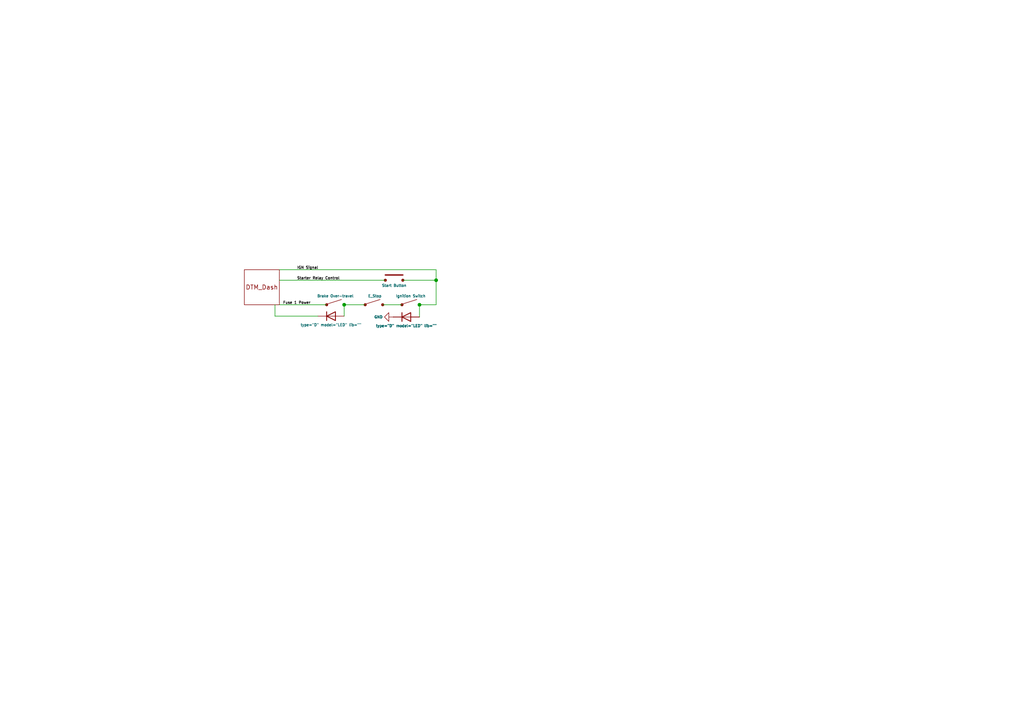
<source format=kicad_sch>
(kicad_sch (version 20211123) (generator eeschema)
  (paper "A4")
  (lib_symbols
    (symbol "SCR23 Library:DTM_Dash"
      (property "Reference" "U" (at 0 7.112 0))
      (property "Value" "DTM_Dash" (at 0 -7.112 0))
      (symbol "DTM_Dash_0_0"
        (rectangle (start -5.08 5.08) (end 5.08 -5.08))
        (text "DTM_Dash" (at 0 0 0) (effects (font (size 1.27 1.27))))
      )
    )
    (symbol "SCR23 Library:Pushbutton_(Open)"
      (property "Reference" "U" (at 0 4.318 0))
      (property "Value" "Pushbutton_(Open)" (at 0 -4.572 0))
      (symbol "Pushbutton_(Open)_0_1"
        (circle (center -2.54 0) (radius 0.3592) (fill (type outline)))
        (polyline (pts (xy -2.54 1.524) (xy 2.54 1.524)) (stroke (width 0.381)))
        (circle (center 2.54 0) (radius 0.3592) (fill (type outline)))
      )
      (symbol "Pushbutton_(Open)_1_1"
        (pin input line (at -2.54 0 0) (length 0) (name "") (number ""))
        (pin input line (at 2.54 0 0) (length 0) (name "") (number ""))
      )
    )
    (symbol "SCR23 Library:Switch"
      (property "Reference" "U" (at 0 3.048 0))
      (property "Value" "Switch" (at 0 -2.032 0))
      (symbol "Switch_0_1"
        (circle (center -2.54 0) (radius 0.3592) (fill (type outline)))
        (polyline (pts (xy -2.286 0.254) (xy 1.778 1.524)))
        (circle (center 2.54 0) (radius 0.3592) (fill (type outline)))
      )
      (symbol "Switch_1_1"
        (pin input line (at -2.54 0 0) (length 0) (name "") (number ""))
        (pin input line (at 2.54 0 0) (length 0) (name "") (number ""))
      )
    )
    (symbol "Simulation_SPICE:DIODE" (pin_numbers hide) (pin_names (offset 1.016) hide)
      (property "Reference" "D" (at 0 2.54 0))
      (property "Value" "DIODE" (at 0 -2.54 0))
      (symbol "DIODE_0_1"
        (polyline (pts (xy 1.27 0) (xy -1.27 0)))
        (polyline (pts (xy 1.27 1.27) (xy 1.27 -1.27)) (stroke (width 0.254)))
        (polyline (pts (xy -1.27 -1.27) (xy -1.27 1.27) (xy 1.27 0) (xy -1.27 -1.27)) (stroke (width 0.254)))
      )
      (symbol "DIODE_1_1"
        (pin passive line (at -3.81 0 0) (length 2.54) (name "A") (number "1"))
        (pin passive line (at 3.81 0 180) (length 2.54) (name "K") (number "2"))
      )
    )
    (symbol "power:GND" (power) (pin_names (offset 0))
      (property "Value" "GND" (at 0 -3.81 0))
      (symbol "GND_0_1"
        (polyline (pts (xy 0 0) (xy 0 -1.27) (xy 1.27 -1.27) (xy 0 -2.54) (xy -1.27 -1.27) (xy 0 -1.27)))
      )
      (symbol "GND_1_1"
        (pin power_in line (at 0 0 270) (length 0) hide (name "GND") (number "1"))
      )
    )
  )
  (junction (at 121.666 88.392))
  (junction (at 126.492 81.28))
  (junction (at 99.822 88.392))
  (wire (pts (xy 121.666 88.392) (xy 121.666 91.948)))
  (wire (pts (xy 99.822 88.392) (xy 105.918 88.392)))
  (wire (pts (xy 99.822 88.392) (xy 99.822 91.694)))
  (wire (pts (xy 81.026 78.232) (xy 126.492 78.232)))
  (wire (pts (xy 79.756 88.392) (xy 79.756 91.694)))
  (wire (pts (xy 81.026 81.28) (xy 111.76 81.28)))
  (wire (pts (xy 81.026 88.392) (xy 94.742 88.392)))
  (wire (pts (xy 126.492 78.232) (xy 126.492 81.28)))
  (wire (pts (xy 126.492 81.28) (xy 126.492 88.392)))
  (wire (pts (xy 110.998 88.392) (xy 116.586 88.392)))
  (wire (pts (xy 121.666 88.392) (xy 126.492 88.392)))
  (wire (pts (xy 79.756 91.694) (xy 92.202 91.694)))
  (wire (pts (xy 116.84 81.28) (xy 126.492 81.28)))
  (label "Fuse 1 Power" (at 82.042 88.392 0) (effects (font (size 0.762 0.762))))
  (label "Starter Relay Control" (at 86.106 81.28 0) (effects (font (size 0.762 0.762))))
  (label "IGN Signal" (at 86.106 78.232 0) (effects (font (size 0.762 0.762))))
  (symbol (lib_id "SCR23 Library:DTM_Dash") (at 75.946 83.312 0) (unit 1)
    (property "Reference" "U?" (effects hide))
    (property "Value" "DTM_Dash" (effects hide))
  )
  (symbol (lib_id "SCR23 Library:Switch") (at 108.458 88.392 0) (unit 1)
    (property "Reference" "U?" (effects hide))
    (property "Value" "E_Stop" (at 108.712 85.852 0) (effects (font (size 0.762 0.762))))
  )
  (symbol (lib_id "Simulation_SPICE:DIODE") (at 117.856 91.948 0) (mirror y) (unit 1)
    (property "Reference" "D?" (effects hide))
    (property "Value" "LED" (at 117.856 94.488 0) (effects (font (size 0.762 0.762))))
    (property "Spice_Netlist_Enabled" "Y" (effects hide))
    (property "Spice_Primitive" "D" (effects hide))
  )
  (symbol (lib_id "Simulation_SPICE:DIODE") (at 96.012 91.694 0) (mirror y) (unit 1)
    (property "Reference" "D?" (effects hide))
    (property "Value" "LED" (at 96.012 94.234 0) (effects (font (size 0.762 0.762))))
    (property "Spice_Netlist_Enabled" "Y" (effects hide))
    (property "Spice_Primitive" "D" (effects hide))
  )
  (symbol (lib_id "SCR23 Library:Switch") (at 119.126 88.392 0) (unit 1)
    (property "Reference" "U?" (effects hide))
    (property "Value" "Ignition Switch" (at 119.126 85.852 0) (effects (font (size 0.762 0.762))))
  )
  (symbol (lib_id "SCR23 Library:Pushbutton_(Open)") (at 114.3 81.28 0) (unit 1)
    (property "Reference" "U?" (effects hide))
    (property "Value" "Start Button" (at 110.744 82.804 0) (effects (font (size 0.762 0.762)) (justify left)))
  )
  (symbol (lib_id "SCR23 Library:Switch") (at 97.282 88.392 0) (unit 1)
    (property "Reference" "U?" (effects hide))
    (property "Value" "Brake Over-travel" (at 97.282 85.852 0) (effects (font (size 0.762 0.762))))
  )
  (symbol (lib_id "power:GND") (at 114.046 91.948 270) (unit 1)
    (property "Reference" "#PWR?" (effects hide))
    (property "Value" "GND" (at 110.998 91.948 90) (effects (font (size 0.762 0.762)) (justify right)))
  )
)
</source>
